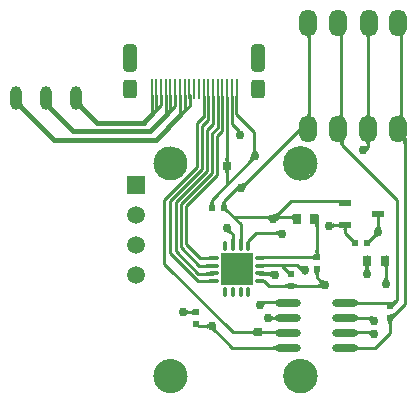
<source format=gtl>
G04 Layer_Physical_Order=1*
G04 Layer_Color=255*
%FSLAX24Y24*%
%MOIN*%
G70*
G01*
G75*
%ADD10C,0.0100*%
%ADD11O,0.0083X0.0728*%
%ADD12O,0.0402X0.0787*%
%ADD13O,0.0598X0.0902*%
%ADD14R,0.0236X0.0197*%
%ADD15R,0.0197X0.0236*%
%ADD16O,0.0866X0.0236*%
%ADD17R,0.0276X0.0354*%
%ADD18R,0.1063X0.1063*%
%ADD19O,0.0118X0.0335*%
%ADD20O,0.0335X0.0118*%
%ADD21R,0.0300X0.0300*%
%ADD22R,0.0394X0.0236*%
%ADD23C,0.0150*%
G04:AMPARAMS|DCode=24|XSize=47.2mil|YSize=63mil|CornerRadius=11.8mil|HoleSize=0mil|Usage=FLASHONLY|Rotation=0.000|XOffset=0mil|YOffset=0mil|HoleType=Round|Shape=RoundedRectangle|*
%AMROUNDEDRECTD24*
21,1,0.0472,0.0394,0,0,0.0*
21,1,0.0236,0.0630,0,0,0.0*
1,1,0.0236,0.0118,-0.0197*
1,1,0.0236,-0.0118,-0.0197*
1,1,0.0236,-0.0118,0.0197*
1,1,0.0236,0.0118,0.0197*
%
%ADD24ROUNDEDRECTD24*%
G04:AMPARAMS|DCode=25|XSize=47.2mil|YSize=90.6mil|CornerRadius=11.8mil|HoleSize=0mil|Usage=FLASHONLY|Rotation=0.000|XOffset=0mil|YOffset=0mil|HoleType=Round|Shape=RoundedRectangle|*
%AMROUNDEDRECTD25*
21,1,0.0472,0.0669,0,0,0.0*
21,1,0.0236,0.0906,0,0,0.0*
1,1,0.0236,0.0118,-0.0335*
1,1,0.0236,-0.0118,-0.0335*
1,1,0.0236,-0.0118,0.0335*
1,1,0.0236,0.0118,0.0335*
%
%ADD25ROUNDEDRECTD25*%
%ADD26C,0.0591*%
%ADD27R,0.0591X0.0591*%
%ADD28C,0.0984*%
%ADD29C,0.0300*%
G36*
X9161Y4018D02*
X9162Y4004D01*
X9165Y3991D01*
X9169Y3978D01*
X9174Y3965D01*
X9180Y3953D01*
X9187Y3941D01*
X9195Y3929D01*
X9205Y3918D01*
X9215Y3907D01*
X9005D01*
X9015Y3918D01*
X9025Y3929D01*
X9033Y3941D01*
X9040Y3953D01*
X9046Y3965D01*
X9051Y3978D01*
X9055Y3991D01*
X9058Y4004D01*
X9059Y4018D01*
X9060Y4031D01*
X9160D01*
X9161Y4018D01*
D02*
G37*
G36*
X3229Y3838D02*
X3228Y3838D01*
X3224Y3839D01*
X3211Y3839D01*
X3126Y3840D01*
X3119Y3940D01*
X3138Y3940D01*
X3226Y3945D01*
X3229Y3947D01*
Y3838D01*
D02*
G37*
G36*
X5825Y4283D02*
X5865Y4249D01*
X5882Y4237D01*
X5897Y4228D01*
X5910Y4223D01*
X5921Y4220D01*
X5931Y4221D01*
X5939Y4225D01*
X5945Y4233D01*
X5844Y4053D01*
X5848Y4062D01*
X5849Y4073D01*
X5848Y4084D01*
X5844Y4097D01*
X5838Y4110D01*
X5830Y4125D01*
X5819Y4141D01*
X5806Y4157D01*
X5790Y4175D01*
X5772Y4194D01*
X5803Y4304D01*
X5825Y4283D01*
D02*
G37*
G36*
X3229Y4094D02*
X3229Y4093D01*
X3226Y4092D01*
X3221Y4091D01*
X3212Y4090D01*
X3146Y4088D01*
X3095Y4088D01*
X3109Y4188D01*
X3128Y4188D01*
X3200Y4193D01*
X3209Y4195D01*
X3217Y4197D01*
X3224Y4200D01*
X3229Y4203D01*
Y4094D01*
D02*
G37*
G36*
X6878Y4185D02*
X6870Y4182D01*
X6863Y4177D01*
X6857Y4170D01*
X6852Y4161D01*
X6848Y4150D01*
X6844Y4137D01*
X6842Y4122D01*
X6840Y4105D01*
X6840Y4086D01*
X6740D01*
X6740Y4105D01*
X6738Y4122D01*
X6736Y4137D01*
X6732Y4150D01*
X6728Y4161D01*
X6723Y4170D01*
X6717Y4177D01*
X6710Y4182D01*
X6702Y4185D01*
X6693Y4186D01*
X6887D01*
X6878Y4185D01*
D02*
G37*
G36*
X5844Y3630D02*
X5843Y3640D01*
X5840Y3648D01*
X5835Y3656D01*
X5828Y3662D01*
X5819Y3668D01*
X5808Y3672D01*
X5794Y3675D01*
X5779Y3678D01*
X5762Y3679D01*
X5743Y3680D01*
Y3780D01*
X5762Y3780D01*
X5779Y3782D01*
X5794Y3785D01*
X5808Y3788D01*
X5819Y3792D01*
X5828Y3798D01*
X5835Y3805D01*
X5840Y3812D01*
X5843Y3821D01*
X5844Y3830D01*
Y3630D01*
D02*
G37*
G36*
X9408Y3127D02*
X9391Y3109D01*
X9363Y3076D01*
X9352Y3060D01*
X9344Y3046D01*
X9338Y3032D01*
X9334Y3019D01*
X9332Y3007D01*
X9333Y2996D01*
X9336Y2986D01*
X9252Y3183D01*
X9257Y3174D01*
X9265Y3170D01*
X9274Y3169D01*
X9285Y3171D01*
X9298Y3176D01*
X9313Y3185D01*
X9330Y3197D01*
X9349Y3213D01*
X9394Y3254D01*
X9408Y3127D01*
D02*
G37*
G36*
X6037Y3821D02*
X6040Y3812D01*
X6045Y3805D01*
X6052Y3798D01*
X6061Y3792D01*
X6072Y3788D01*
X6086Y3785D01*
X6101Y3782D01*
X6118Y3780D01*
X6137Y3780D01*
Y3680D01*
X6118Y3679D01*
X6101Y3678D01*
X6086Y3675D01*
X6072Y3672D01*
X6061Y3668D01*
X6052Y3662D01*
X6045Y3656D01*
X6040Y3648D01*
X6037Y3640D01*
X6036Y3630D01*
Y3830D01*
X6037Y3821D01*
D02*
G37*
G36*
X5066Y3916D02*
X5073Y3912D01*
X5082Y3905D01*
X5107Y3882D01*
X5161Y3830D01*
X5085Y3765D01*
X5065Y3783D01*
X5031Y3812D01*
X5015Y3823D01*
X5000Y3831D01*
X4987Y3837D01*
X4975Y3840D01*
X4964Y3841D01*
X4954Y3839D01*
X4945Y3835D01*
X5058Y3915D01*
X5058Y3918D01*
X5061Y3918D01*
X5066Y3916D01*
D02*
G37*
G36*
X6933Y3938D02*
X6944Y3930D01*
X6955Y3923D01*
X6967Y3917D01*
X6979Y3913D01*
X6992Y3909D01*
X7005Y3907D01*
X7019Y3906D01*
X7033Y3907D01*
X7047Y3908D01*
X6955Y3786D01*
X6986Y3636D01*
X6973Y3644D01*
X6947Y3658D01*
X6933Y3664D01*
X6920Y3669D01*
X6907Y3673D01*
X6893Y3676D01*
X6880Y3678D01*
X6867Y3680D01*
X6853Y3680D01*
X6831Y3780D01*
X6846Y3781D01*
X6859Y3782D01*
X6872Y3786D01*
X6884Y3790D01*
X6896Y3795D01*
X6906Y3801D01*
X6901Y3811D01*
X6895Y3823D01*
X6888Y3835D01*
X6880Y3846D01*
X6872Y3857D01*
X6863Y3867D01*
X6923Y3948D01*
X6933Y3938D01*
D02*
G37*
G36*
X5260Y4026D02*
X5252Y4038D01*
X5244Y4048D01*
X5235Y4058D01*
X5225Y4066D01*
X5215Y4073D01*
X5203Y4078D01*
X5191Y4083D01*
X5178Y4086D01*
X5165Y4088D01*
X5150Y4088D01*
X5151Y4089D01*
X5026Y4094D01*
Y4203D01*
X5031Y4200D01*
X5038Y4197D01*
X5046Y4195D01*
X5056Y4193D01*
X5080Y4191D01*
X5110Y4189D01*
X5147Y4188D01*
X5157Y4112D01*
X5179Y4188D01*
X5192Y4189D01*
X5205Y4190D01*
X5219Y4192D01*
X5232Y4195D01*
X5245Y4198D01*
X5259Y4203D01*
X5272Y4208D01*
X5300Y4221D01*
X5313Y4229D01*
X5260Y4026D01*
D02*
G37*
G36*
X3229Y4606D02*
X3229Y4604D01*
X3226Y4604D01*
X3221Y4603D01*
X3212Y4602D01*
X3146Y4600D01*
X3095Y4600D01*
X3109Y4700D01*
X3128Y4700D01*
X3200Y4705D01*
X3209Y4707D01*
X3217Y4709D01*
X3224Y4712D01*
X3229Y4715D01*
Y4606D01*
D02*
G37*
G36*
X6693Y4580D02*
X6692Y4588D01*
X6689Y4596D01*
X6684Y4602D01*
X6677Y4608D01*
X6668Y4613D01*
X6657Y4617D01*
X6644Y4620D01*
X6629Y4622D01*
X6612Y4624D01*
X6593Y4624D01*
Y4724D01*
X6612Y4725D01*
X6629Y4726D01*
X6644Y4729D01*
X6657Y4732D01*
X6669Y4737D01*
X6678Y4742D01*
X6685Y4749D01*
X6690Y4756D01*
X6693Y4765D01*
X6694Y4774D01*
X6693Y4580D01*
D02*
G37*
G36*
X5149Y4624D02*
X5131Y4624D01*
X5071Y4619D01*
X5059Y4617D01*
X5049Y4615D01*
X5040Y4612D01*
X5033Y4609D01*
X5026Y4606D01*
Y4715D01*
X5025Y4716D01*
X5027Y4718D01*
X5032Y4719D01*
X5041Y4721D01*
X5052Y4722D01*
X5107Y4724D01*
X5160Y4724D01*
X5149Y4624D01*
D02*
G37*
G36*
X8006Y5299D02*
X8041Y5269D01*
X8057Y5258D01*
X8072Y5249D01*
X8086Y5243D01*
X8098Y5240D01*
X8109Y5239D01*
X8119Y5241D01*
X8127Y5246D01*
X7967Y5125D01*
X7974Y5132D01*
X7977Y5141D01*
X7978Y5151D01*
X7975Y5162D01*
X7969Y5176D01*
X7961Y5191D01*
X7949Y5207D01*
X7934Y5226D01*
X7896Y5267D01*
X7986Y5318D01*
X8006Y5299D01*
D02*
G37*
G36*
X6840Y4895D02*
X6842Y4878D01*
X6844Y4863D01*
X6848Y4850D01*
X6852Y4839D01*
X6857Y4830D01*
X6863Y4823D01*
X6870Y4818D01*
X6878Y4815D01*
X6887Y4814D01*
X6693D01*
X6702Y4815D01*
X6710Y4818D01*
X6717Y4823D01*
X6723Y4830D01*
X6728Y4839D01*
X6732Y4850D01*
X6736Y4863D01*
X6738Y4878D01*
X6740Y4895D01*
X6740Y4914D01*
X6840D01*
X6840Y4895D01*
D02*
G37*
G36*
X8555Y4394D02*
X8547Y4391D01*
X8539Y4386D01*
X8533Y4379D01*
X8527Y4370D01*
X8523Y4359D01*
X8519Y4346D01*
X8517Y4330D01*
X8516Y4321D01*
X8517Y4312D01*
X8520Y4299D01*
X8523Y4286D01*
X8528Y4273D01*
X8534Y4261D01*
X8541Y4249D01*
X8549Y4237D01*
X8558Y4225D01*
X8568Y4214D01*
X8358Y4220D01*
X8369Y4231D01*
X8379Y4242D01*
X8387Y4253D01*
X8394Y4265D01*
X8401Y4277D01*
X8406Y4289D01*
X8410Y4302D01*
X8412Y4315D01*
X8413Y4323D01*
X8413Y4330D01*
X8410Y4346D01*
X8407Y4359D01*
X8402Y4370D01*
X8397Y4379D01*
X8390Y4386D01*
X8383Y4391D01*
X8374Y4394D01*
X8365Y4395D01*
X8565D01*
X8555Y4394D01*
D02*
G37*
G36*
X6227Y4414D02*
X6238Y4406D01*
X6249Y4399D01*
X6260Y4395D01*
X6271Y4391D01*
X6283Y4390D01*
X6294Y4390D01*
X6305Y4392D01*
X6317Y4396D01*
X6328Y4402D01*
X6265Y4205D01*
X6259Y4216D01*
X6246Y4238D01*
X6239Y4249D01*
X6216Y4281D01*
X6207Y4291D01*
X6188Y4311D01*
X6217Y4424D01*
X6227Y4414D01*
D02*
G37*
G36*
X9201Y4394D02*
X9192Y4391D01*
X9184Y4386D01*
X9178Y4379D01*
X9172Y4370D01*
X9168Y4359D01*
X9165Y4346D01*
X9162Y4330D01*
X9161Y4313D01*
X9160Y4294D01*
X9060D01*
X9060Y4313D01*
X9058Y4330D01*
X9056Y4346D01*
X9052Y4359D01*
X9047Y4370D01*
X9042Y4379D01*
X9036Y4386D01*
X9028Y4391D01*
X9020Y4394D01*
X9010Y4395D01*
X9210D01*
X9201Y4394D01*
D02*
G37*
G36*
X5150Y4370D02*
X5132Y4370D01*
X5086Y4367D01*
X5073Y4365D01*
X5050Y4360D01*
X5041Y4357D01*
X5033Y4353D01*
X5026Y4350D01*
Y4459D01*
X5025Y4461D01*
X5026Y4463D01*
X5031Y4464D01*
X5039Y4466D01*
X5051Y4467D01*
X5084Y4469D01*
X5160Y4470D01*
X5150Y4370D01*
D02*
G37*
G36*
X3229Y4350D02*
X3229Y4349D01*
X3226Y4348D01*
X3221Y4347D01*
X3212Y4346D01*
X3146Y4344D01*
X3095Y4344D01*
X3109Y4444D01*
X3128Y4444D01*
X3200Y4449D01*
X3209Y4451D01*
X3217Y4453D01*
X3224Y4456D01*
X3229Y4459D01*
Y4350D01*
D02*
G37*
G36*
X8115Y2248D02*
X8123Y2244D01*
X8132Y2241D01*
X8143Y2238D01*
X8155Y2236D01*
X8168Y2234D01*
X8199Y2231D01*
X8236Y2230D01*
X8265Y2130D01*
X8240Y2130D01*
X8199Y2126D01*
X8182Y2122D01*
X8168Y2118D01*
X8158Y2112D01*
X8149Y2106D01*
X8144Y2098D01*
X8142Y2090D01*
X8143Y2081D01*
X8109Y2252D01*
X8115Y2248D01*
D02*
G37*
G36*
X5437Y2081D02*
X5438Y2090D01*
X5436Y2098D01*
X5430Y2106D01*
X5422Y2112D01*
X5412Y2118D01*
X5398Y2122D01*
X5381Y2126D01*
X5362Y2128D01*
X5340Y2130D01*
X5315Y2130D01*
X5344Y2230D01*
X5363Y2230D01*
X5412Y2234D01*
X5425Y2236D01*
X5437Y2238D01*
X5448Y2241D01*
X5457Y2244D01*
X5465Y2248D01*
X5471Y2252D01*
X5437Y2081D01*
D02*
G37*
G36*
X3437Y2343D02*
X3436Y2329D01*
X3437Y2315D01*
X3439Y2302D01*
X3443Y2289D01*
X3447Y2277D01*
X3453Y2265D01*
X3460Y2254D01*
X3469Y2243D01*
X3478Y2233D01*
X3397Y2173D01*
X3387Y2182D01*
X3376Y2190D01*
X3365Y2198D01*
X3353Y2205D01*
X3341Y2211D01*
X3328Y2217D01*
X3314Y2222D01*
X3300Y2226D01*
X3286Y2229D01*
X3270Y2231D01*
X3438Y2357D01*
X3437Y2343D01*
D02*
G37*
G36*
X2857Y2471D02*
X2860Y2462D01*
X2865Y2455D01*
X2872Y2448D01*
X2882Y2442D01*
X2893Y2438D01*
X2906Y2435D01*
X2921Y2432D01*
X2938Y2430D01*
X2957Y2430D01*
Y2330D01*
X2857Y2336D01*
X2856Y2480D01*
X2857Y2471D01*
D02*
G37*
G36*
X3183Y2275D02*
X3172Y2285D01*
X3161Y2295D01*
X3149Y2303D01*
X3137Y2310D01*
X3125Y2316D01*
X3112Y2321D01*
X3099Y2325D01*
X3086Y2328D01*
X3072Y2329D01*
X3059Y2330D01*
Y2430D01*
X3072Y2431D01*
X3086Y2432D01*
X3099Y2435D01*
X3112Y2439D01*
X3125Y2444D01*
X3137Y2450D01*
X3149Y2457D01*
X3161Y2465D01*
X3172Y2475D01*
X3183Y2485D01*
Y2275D01*
D02*
G37*
G36*
X5456Y1561D02*
X5455Y1570D01*
X5452Y1579D01*
X5446Y1586D01*
X5436Y1592D01*
X5424Y1598D01*
X5409Y1602D01*
X5391Y1606D01*
X5370Y1608D01*
X5347Y1610D01*
X5320Y1610D01*
X5329Y1710D01*
X5346Y1710D01*
X5378Y1714D01*
X5394Y1717D01*
X5408Y1721D01*
X5422Y1725D01*
X5435Y1731D01*
X5448Y1737D01*
X5460Y1744D01*
X5471Y1752D01*
X5456Y1561D01*
D02*
G37*
G36*
X8112Y1740D02*
X8117Y1731D01*
X8124Y1724D01*
X8134Y1718D01*
X8147Y1712D01*
X8163Y1708D01*
X8182Y1704D01*
X8204Y1702D01*
X8228Y1700D01*
X8256Y1700D01*
Y1600D01*
X8228Y1600D01*
X8182Y1596D01*
X8163Y1592D01*
X8147Y1588D01*
X8134Y1582D01*
X8124Y1576D01*
X8117Y1569D01*
X8112Y1560D01*
X8111Y1551D01*
Y1749D01*
X8112Y1740D01*
D02*
G37*
G36*
X8546Y2067D02*
X8542Y2079D01*
X8536Y2090D01*
X8530Y2099D01*
X8522Y2107D01*
X8513Y2114D01*
X8503Y2120D01*
X8492Y2124D01*
X8480Y2127D01*
X8466Y2129D01*
X8451Y2130D01*
X8510Y2230D01*
X8524Y2230D01*
X8564Y2233D01*
X8577Y2235D01*
X8615Y2244D01*
X8628Y2247D01*
X8640Y2251D01*
X8546Y2067D01*
D02*
G37*
G36*
X4989Y2271D02*
X4992Y2262D01*
X4997Y2254D01*
X5004Y2248D01*
X5013Y2243D01*
X5024Y2238D01*
X5037Y2235D01*
X5052Y2232D01*
X5070Y2230D01*
X5089Y2230D01*
Y2130D01*
X5070Y2130D01*
X5052Y2128D01*
X5037Y2125D01*
X5024Y2122D01*
X5013Y2118D01*
X5004Y2112D01*
X4997Y2105D01*
X4992Y2098D01*
X4989Y2089D01*
X4988Y2080D01*
Y2280D01*
X4989Y2271D01*
D02*
G37*
G36*
X4692Y2080D02*
X4691Y2089D01*
X4688Y2098D01*
X4683Y2105D01*
X4676Y2112D01*
X4667Y2118D01*
X4656Y2122D01*
X4643Y2125D01*
X4628Y2128D01*
X4610Y2130D01*
X4591Y2130D01*
Y2230D01*
X4610Y2230D01*
X4628Y2232D01*
X4643Y2235D01*
X4656Y2238D01*
X4667Y2243D01*
X4676Y2248D01*
X4683Y2254D01*
X4688Y2262D01*
X4691Y2271D01*
X4692Y2280D01*
Y2080D01*
D02*
G37*
G36*
X9320Y2556D02*
X9312Y2553D01*
X9305Y2548D01*
X9298Y2541D01*
X9293Y2532D01*
X9288Y2521D01*
X9284Y2508D01*
X9282Y2493D01*
X9280Y2475D01*
X9280Y2456D01*
X9180D01*
X9180Y2475D01*
X9177Y2507D01*
X9174Y2520D01*
X9171Y2531D01*
X9167Y2540D01*
X9162Y2547D01*
X9156Y2552D01*
X9150Y2555D01*
X9143Y2556D01*
X9330Y2557D01*
X9320Y2556D01*
D02*
G37*
G36*
X9143Y3184D02*
X9144Y3050D01*
X9143Y3059D01*
X9140Y3068D01*
X9135Y3076D01*
X9128Y3082D01*
X9118Y3088D01*
X9107Y3092D01*
X9094Y3095D01*
X9079Y3098D01*
X9062Y3099D01*
X9043Y3100D01*
Y3200D01*
X9143Y3184D01*
D02*
G37*
G36*
X9408Y2747D02*
X9390Y2729D01*
X9361Y2694D01*
X9350Y2678D01*
X9342Y2664D01*
X9336Y2650D01*
X9332Y2638D01*
X9331Y2626D01*
X9332Y2615D01*
X9336Y2606D01*
X9239Y2789D01*
X9244Y2781D01*
X9252Y2777D01*
X9262Y2776D01*
X9273Y2779D01*
X9286Y2784D01*
X9301Y2793D01*
X9318Y2805D01*
X9337Y2820D01*
X9380Y2861D01*
X9408Y2747D01*
D02*
G37*
G36*
X8112Y3240D02*
X8117Y3231D01*
X8124Y3224D01*
X8134Y3218D01*
X8147Y3212D01*
X8163Y3208D01*
X8182Y3204D01*
X8204Y3202D01*
X8228Y3200D01*
X8256Y3200D01*
Y3100D01*
X8228Y3100D01*
X8182Y3096D01*
X8163Y3092D01*
X8147Y3088D01*
X8134Y3082D01*
X8124Y3076D01*
X8117Y3069D01*
X8112Y3060D01*
X8111Y3051D01*
Y3249D01*
X8112Y3240D01*
D02*
G37*
G36*
X5437Y3081D02*
X5438Y3090D01*
X5436Y3098D01*
X5430Y3106D01*
X5422Y3112D01*
X5412Y3118D01*
X5398Y3122D01*
X5381Y3126D01*
X5362Y3128D01*
X5340Y3130D01*
X5315Y3130D01*
X5344Y3230D01*
X5363Y3230D01*
X5412Y3234D01*
X5425Y3236D01*
X5437Y3238D01*
X5448Y3241D01*
X5457Y3244D01*
X5465Y3248D01*
X5471Y3252D01*
X5437Y3081D01*
D02*
G37*
G36*
X5141Y3130D02*
X5126Y3129D01*
X5113Y3128D01*
X5101Y3125D01*
X5090Y3121D01*
X5082Y3116D01*
X5074Y3110D01*
X5068Y3102D01*
X5064Y3094D01*
X5061Y3084D01*
X5060Y3073D01*
X4938Y3227D01*
X5112Y3230D01*
X5141Y3130D01*
D02*
G37*
G36*
X5278Y2745D02*
X5289Y2735D01*
X5301Y2727D01*
X5313Y2720D01*
X5325Y2714D01*
X5338Y2709D01*
X5351Y2705D01*
X5364Y2702D01*
X5367Y2702D01*
X5398Y2704D01*
X5417Y2708D01*
X5433Y2712D01*
X5446Y2718D01*
X5456Y2724D01*
X5463Y2731D01*
X5468Y2740D01*
X5469Y2749D01*
Y2551D01*
X5468Y2560D01*
X5463Y2569D01*
X5456Y2576D01*
X5446Y2582D01*
X5433Y2588D01*
X5417Y2592D01*
X5398Y2596D01*
X5376Y2598D01*
X5369Y2598D01*
X5364Y2598D01*
X5351Y2595D01*
X5338Y2591D01*
X5325Y2586D01*
X5313Y2580D01*
X5301Y2573D01*
X5289Y2565D01*
X5278Y2555D01*
X5267Y2545D01*
Y2755D01*
X5278Y2745D01*
D02*
G37*
G36*
X8563Y2538D02*
X8560Y2550D01*
X8556Y2561D01*
X8550Y2570D01*
X8543Y2578D01*
X8534Y2585D01*
X8524Y2590D01*
X8514Y2594D01*
X8501Y2598D01*
X8488Y2599D01*
X8473Y2600D01*
X8493Y2700D01*
X8518Y2700D01*
X8645Y2709D01*
X8657Y2711D01*
X8667Y2714D01*
X8563Y2538D01*
D02*
G37*
G36*
X8112Y2740D02*
X8117Y2731D01*
X8124Y2724D01*
X8134Y2718D01*
X8147Y2712D01*
X8163Y2708D01*
X8182Y2704D01*
X8204Y2702D01*
X8228Y2700D01*
X8256Y2700D01*
Y2600D01*
X8228Y2600D01*
X8182Y2596D01*
X8163Y2592D01*
X8147Y2588D01*
X8134Y2582D01*
X8124Y2576D01*
X8117Y2569D01*
X8112Y2560D01*
X8111Y2551D01*
Y2749D01*
X8112Y2740D01*
D02*
G37*
G36*
X2664Y2747D02*
X2663Y2756D01*
X2660Y2765D01*
X2655Y2772D01*
X2648Y2779D01*
X2639Y2784D01*
X2628Y2789D01*
X2614Y2792D01*
X2599Y2795D01*
X2582Y2796D01*
X2563Y2797D01*
Y2897D01*
X2582Y2897D01*
X2599Y2899D01*
X2614Y2901D01*
X2628Y2905D01*
X2639Y2909D01*
X2648Y2915D01*
X2655Y2921D01*
X2660Y2929D01*
X2663Y2937D01*
X2664Y2947D01*
Y2747D01*
D02*
G37*
G36*
X2441Y2941D02*
X2453Y2932D01*
X2464Y2924D01*
X2476Y2917D01*
X2488Y2911D01*
X2501Y2906D01*
X2514Y2902D01*
X2527Y2899D01*
X2541Y2897D01*
X2555Y2897D01*
Y2797D01*
X2541Y2796D01*
X2527Y2795D01*
X2514Y2792D01*
X2501Y2788D01*
X2488Y2783D01*
X2476Y2777D01*
X2464Y2770D01*
X2453Y2762D01*
X2441Y2752D01*
X2430Y2742D01*
Y2952D01*
X2441Y2941D01*
D02*
G37*
G36*
X9793Y8677D02*
X9791Y8667D01*
X9788Y8654D01*
X9786Y8638D01*
X9783Y8598D01*
X9780Y8518D01*
X9780Y8486D01*
X9680Y8447D01*
X9679Y8470D01*
X9678Y8490D01*
X9675Y8506D01*
X9672Y8519D01*
X9667Y8528D01*
X9662Y8534D01*
X9655Y8536D01*
X9648Y8535D01*
X9639Y8531D01*
X9630Y8522D01*
X9797Y8685D01*
X9793Y8677D01*
D02*
G37*
G36*
X7705Y8568D02*
X7700Y8563D01*
X7695Y8555D01*
X7691Y8546D01*
X7688Y8534D01*
X7685Y8521D01*
X7683Y8505D01*
X7680Y8468D01*
X7680Y8447D01*
X7580Y8440D01*
X7580Y8455D01*
X7579Y8467D01*
X7577Y8478D01*
X7575Y8487D01*
X7572Y8495D01*
X7569Y8500D01*
X7565Y8504D01*
X7560Y8506D01*
X7555Y8506D01*
X7549Y8504D01*
X7711Y8572D01*
X7705Y8568D01*
D02*
G37*
G36*
X1691Y9280D02*
X1585Y9170D01*
X1510Y9245D01*
X1512Y9246D01*
X1516Y9249D01*
X1530Y9262D01*
X1620Y9351D01*
X1691Y9280D01*
D02*
G37*
G36*
X8561Y9476D02*
X8562Y9457D01*
X8564Y9440D01*
X8568Y9425D01*
X8572Y9413D01*
X8578Y9403D01*
X8584Y9395D01*
X8592Y9390D01*
X8600Y9386D01*
X8610Y9385D01*
X8410Y9379D01*
X8420Y9381D01*
X8428Y9385D01*
X8436Y9391D01*
X8442Y9399D01*
X8448Y9409D01*
X8452Y9422D01*
X8456Y9437D01*
X8458Y9454D01*
X8460Y9474D01*
X8460Y9496D01*
X8560Y9498D01*
X8561Y9476D01*
D02*
G37*
G36*
X6590Y9493D02*
X6590Y9471D01*
X6592Y9451D01*
X6594Y9434D01*
X6598Y9419D01*
X6602Y9406D01*
X6608Y9396D01*
X6614Y9387D01*
X6622Y9381D01*
X6630Y9377D01*
X6639Y9375D01*
X6440Y9389D01*
X6450Y9389D01*
X6458Y9392D01*
X6466Y9397D01*
X6472Y9405D01*
X6478Y9414D01*
X6482Y9427D01*
X6486Y9441D01*
X6488Y9458D01*
X6489Y9477D01*
X6490Y9499D01*
X6590Y9493D01*
D02*
G37*
G36*
X3850Y7970D02*
X3852Y7952D01*
X3855Y7937D01*
X3858Y7924D01*
X3862Y7913D01*
X3868Y7904D01*
X3875Y7897D01*
X3882Y7892D01*
X3891Y7889D01*
X3900Y7888D01*
X3700D01*
X3710Y7889D01*
X3718Y7892D01*
X3726Y7897D01*
X3732Y7904D01*
X3738Y7913D01*
X3742Y7924D01*
X3746Y7937D01*
X3748Y7952D01*
X3749Y7970D01*
X3750Y7989D01*
X3850D01*
X3850Y7970D01*
D02*
G37*
G36*
X4743Y7901D02*
X4727Y7899D01*
X4713Y7896D01*
X4698Y7893D01*
X4685Y7889D01*
X4672Y7883D01*
X4660Y7877D01*
X4648Y7871D01*
X4637Y7863D01*
X4626Y7854D01*
X4616Y7845D01*
X4538Y7909D01*
X4548Y7919D01*
X4556Y7930D01*
X4563Y7941D01*
X4569Y7953D01*
X4574Y7965D01*
X4578Y7978D01*
X4580Y7992D01*
X4582Y8005D01*
X4582Y8020D01*
X4581Y8034D01*
X4743Y7901D01*
D02*
G37*
G36*
X4771Y8271D02*
X4772Y8257D01*
X4775Y8244D01*
X4779Y8231D01*
X4784Y8219D01*
X4791Y8207D01*
X4798Y8195D01*
X4807Y8185D01*
X4817Y8174D01*
X4828Y8164D01*
X4618Y8150D01*
X4628Y8162D01*
X4637Y8174D01*
X4645Y8186D01*
X4651Y8198D01*
X4657Y8211D01*
X4662Y8224D01*
X4665Y8237D01*
X4668Y8250D01*
X4669Y8264D01*
X4670Y8277D01*
X4770Y8285D01*
X4771Y8271D01*
D02*
G37*
G36*
X8610Y8516D02*
X8600Y8516D01*
X8592Y8512D01*
X8584Y8507D01*
X8578Y8499D01*
X8572Y8489D01*
X8568Y8477D01*
X8564Y8462D01*
X8562Y8445D01*
X8561Y8426D01*
X8560Y8404D01*
X8460Y8406D01*
X8460Y8428D01*
X8458Y8448D01*
X8456Y8465D01*
X8452Y8480D01*
X8448Y8493D01*
X8442Y8503D01*
X8436Y8511D01*
X8428Y8517D01*
X8420Y8521D01*
X8410Y8522D01*
X8610Y8516D01*
D02*
G37*
G36*
X8543Y8332D02*
X8531Y8320D01*
X8503Y8288D01*
X8496Y8279D01*
X8491Y8270D01*
X8486Y8262D01*
X8483Y8254D01*
X8481Y8247D01*
X8480Y8241D01*
X8404Y8381D01*
X8410Y8378D01*
X8416Y8376D01*
X8422Y8376D01*
X8429Y8377D01*
X8436Y8379D01*
X8443Y8382D01*
X8451Y8386D01*
X8459Y8391D01*
X8466Y8398D01*
X8475Y8405D01*
X8543Y8332D01*
D02*
G37*
G36*
X7670Y9460D02*
X7670Y9438D01*
X7674Y9398D01*
X7678Y9382D01*
X7682Y9367D01*
X7688Y9354D01*
X7694Y9343D01*
X7702Y9335D01*
X7710Y9328D01*
X7719Y9323D01*
X7520Y9401D01*
X7529Y9398D01*
X7538Y9398D01*
X7545Y9401D01*
X7552Y9407D01*
X7557Y9415D01*
X7562Y9426D01*
X7565Y9440D01*
X7568Y9456D01*
X7570Y9475D01*
X7570Y9497D01*
X7670Y9460D01*
D02*
G37*
G36*
X6630Y12084D02*
X6622Y12080D01*
X6614Y12074D01*
X6608Y12065D01*
X6602Y12055D01*
X6598Y12042D01*
X6594Y12027D01*
X6592Y12009D01*
X6590Y11990D01*
X6590Y11968D01*
X6490Y11962D01*
X6489Y11984D01*
X6488Y12003D01*
X6486Y12020D01*
X6482Y12034D01*
X6478Y12046D01*
X6472Y12056D01*
X6466Y12064D01*
X6458Y12069D01*
X6450Y12072D01*
X6440Y12072D01*
X6639Y12086D01*
X6630Y12084D01*
D02*
G37*
G36*
X-1036Y9867D02*
X-1038Y9851D01*
X-1037Y9834D01*
X-1032Y9816D01*
X-1023Y9795D01*
X-1011Y9774D01*
X-995Y9751D01*
X-976Y9726D01*
X-953Y9700D01*
X-926Y9672D01*
X-1006Y9540D01*
X-1033Y9566D01*
X-1081Y9605D01*
X-1102Y9619D01*
X-1120Y9628D01*
X-1137Y9633D01*
X-1152Y9634D01*
X-1165Y9631D01*
X-1175Y9624D01*
X-1184Y9613D01*
X-1030Y9881D01*
X-1036Y9867D01*
D02*
G37*
G36*
X8610Y12073D02*
X8600Y12072D01*
X8592Y12070D01*
X8584Y12064D01*
X8578Y12057D01*
X8572Y12047D01*
X8568Y12035D01*
X8564Y12020D01*
X8562Y12003D01*
X8561Y11984D01*
X8560Y11962D01*
X8460Y11968D01*
X8460Y11989D01*
X8458Y12009D01*
X8456Y12026D01*
X8452Y12041D01*
X8448Y12054D01*
X8442Y12064D01*
X8436Y12073D01*
X8428Y12079D01*
X8420Y12083D01*
X8411Y12085D01*
X8610Y12073D01*
D02*
G37*
G36*
X9710Y12133D02*
X9702Y12126D01*
X9694Y12118D01*
X9688Y12107D01*
X9682Y12094D01*
X9678Y12079D01*
X9674Y12063D01*
X9672Y12044D01*
X9670Y12023D01*
X9670Y12001D01*
X9570Y11964D01*
X9570Y11986D01*
X9568Y12005D01*
X9566Y12021D01*
X9562Y12035D01*
X9558Y12046D01*
X9552Y12054D01*
X9546Y12060D01*
X9538Y12063D01*
X9530Y12063D01*
X9520Y12060D01*
X9719Y12138D01*
X9710Y12133D01*
D02*
G37*
G36*
X7710D02*
X7702Y12126D01*
X7694Y12118D01*
X7688Y12107D01*
X7682Y12094D01*
X7678Y12079D01*
X7674Y12063D01*
X7672Y12044D01*
X7670Y12023D01*
X7670Y12001D01*
X7570Y11964D01*
X7570Y11986D01*
X7568Y12005D01*
X7566Y12021D01*
X7562Y12035D01*
X7558Y12046D01*
X7552Y12054D01*
X7546Y12060D01*
X7538Y12063D01*
X7530Y12063D01*
X7520Y12060D01*
X7719Y12138D01*
X7710Y12133D01*
D02*
G37*
G36*
X2431Y9530D02*
X2325Y9420D01*
X2250Y9495D01*
X2252Y9496D01*
X2256Y9499D01*
X2270Y9512D01*
X2360Y9601D01*
X2431Y9530D01*
D02*
G37*
G36*
X9670Y9460D02*
X9670Y9438D01*
X9674Y9398D01*
X9678Y9382D01*
X9682Y9367D01*
X9688Y9354D01*
X9694Y9343D01*
X9702Y9335D01*
X9710Y9328D01*
X9719Y9323D01*
X9520Y9401D01*
X9529Y9398D01*
X9538Y9398D01*
X9545Y9401D01*
X9552Y9407D01*
X9557Y9415D01*
X9562Y9426D01*
X9565Y9440D01*
X9568Y9456D01*
X9570Y9475D01*
X9570Y9497D01*
X9670Y9460D01*
D02*
G37*
G36*
X1971Y9560D02*
X1865Y9448D01*
X1788Y9525D01*
X1790Y9526D01*
X1794Y9529D01*
X1801Y9535D01*
X1846Y9577D01*
X1900Y9631D01*
X1971Y9560D01*
D02*
G37*
G36*
X-3036Y9867D02*
X-3038Y9851D01*
X-3037Y9834D01*
X-3032Y9816D01*
X-3023Y9795D01*
X-3011Y9774D01*
X-2995Y9751D01*
X-2976Y9726D01*
X-2953Y9700D01*
X-2926Y9672D01*
X-3006Y9540D01*
X-3033Y9566D01*
X-3081Y9605D01*
X-3102Y9619D01*
X-3120Y9628D01*
X-3137Y9633D01*
X-3152Y9634D01*
X-3165Y9631D01*
X-3175Y9624D01*
X-3184Y9613D01*
X-3030Y9881D01*
X-3036Y9867D01*
D02*
G37*
G36*
X-2046Y9817D02*
X-2050Y9803D01*
X-2050Y9788D01*
X-2047Y9771D01*
X-2039Y9752D01*
X-2028Y9731D01*
X-2013Y9709D01*
X-1994Y9684D01*
X-1971Y9659D01*
X-1945Y9631D01*
X-2046Y9520D01*
X-2074Y9547D01*
X-2123Y9588D01*
X-2145Y9602D01*
X-2165Y9613D01*
X-2183Y9620D01*
X-2200Y9622D01*
X-2214Y9621D01*
X-2227Y9616D01*
X-2238Y9607D01*
X-2038Y9829D01*
X-2046Y9817D01*
D02*
G37*
G36*
X7839Y5629D02*
X7831Y5626D01*
X7823Y5621D01*
X7817Y5614D01*
X7811Y5605D01*
X7807Y5594D01*
X7803Y5581D01*
X7801Y5566D01*
X7799Y5548D01*
X7799Y5529D01*
X7699D01*
X7698Y5548D01*
X7697Y5566D01*
X7694Y5581D01*
X7691Y5594D01*
X7686Y5605D01*
X7681Y5614D01*
X7674Y5621D01*
X7667Y5626D01*
X7658Y5629D01*
X7649Y5630D01*
X7849D01*
X7839Y5629D01*
D02*
G37*
G36*
X3940Y5633D02*
X3942Y5619D01*
X3944Y5605D01*
X3947Y5591D01*
X3952Y5578D01*
X3957Y5566D01*
X3964Y5554D01*
X3971Y5543D01*
X3980Y5532D01*
X3989Y5522D01*
X3918Y5451D01*
X3908Y5460D01*
X3897Y5469D01*
X3886Y5476D01*
X3874Y5483D01*
X3862Y5488D01*
X3849Y5493D01*
X3835Y5496D01*
X3821Y5498D01*
X3807Y5500D01*
X3792Y5500D01*
X3940Y5648D01*
X3940Y5633D01*
D02*
G37*
G36*
X8902Y5742D02*
X8903Y5728D01*
X8906Y5715D01*
X8910Y5702D01*
X8915Y5689D01*
X8921Y5677D01*
X8928Y5665D01*
X8936Y5654D01*
X8946Y5642D01*
X8956Y5631D01*
X8746D01*
X8757Y5642D01*
X8766Y5654D01*
X8774Y5665D01*
X8781Y5677D01*
X8787Y5689D01*
X8792Y5702D01*
X8796Y5715D01*
X8799Y5728D01*
X8801Y5742D01*
X8801Y5756D01*
X8901D01*
X8902Y5742D01*
D02*
G37*
G36*
X6852Y5794D02*
X6850Y5793D01*
X6848Y5790D01*
X6846Y5785D01*
X6844Y5778D01*
X6843Y5769D01*
X6841Y5745D01*
X6840Y5694D01*
X6740D01*
X6740Y5713D01*
X6738Y5730D01*
X6736Y5745D01*
X6732Y5759D01*
X6727Y5770D01*
X6722Y5779D01*
X6715Y5786D01*
X6708Y5791D01*
X6700Y5794D01*
X6690Y5795D01*
X6852Y5794D01*
D02*
G37*
G36*
X7334Y5839D02*
X7346Y5830D01*
X7358Y5822D01*
X7370Y5815D01*
X7383Y5809D01*
X7395Y5804D01*
X7408Y5801D01*
X7422Y5798D01*
X7435Y5797D01*
X7449Y5796D01*
X7453Y5701D01*
Y5796D01*
X7472Y5796D01*
X7490Y5798D01*
X7505Y5800D01*
X7518Y5804D01*
X7529Y5808D01*
X7538Y5814D01*
X7545Y5820D01*
X7550Y5828D01*
X7553Y5836D01*
X7554Y5846D01*
Y5646D01*
X7553Y5655D01*
X7550Y5664D01*
X7545Y5671D01*
X7538Y5678D01*
X7529Y5683D01*
X7518Y5688D01*
X7505Y5691D01*
X7490Y5694D01*
X7472Y5695D01*
X7453Y5696D01*
X7439Y5695D01*
X7426Y5694D01*
X7413Y5691D01*
X7400Y5687D01*
X7387Y5682D01*
X7375Y5676D01*
X7364Y5668D01*
X7353Y5660D01*
X7342Y5650D01*
X7331Y5639D01*
X7323Y5849D01*
X7334Y5839D01*
D02*
G37*
G36*
X4310Y5175D02*
X4201D01*
X4202Y5177D01*
X4203Y5181D01*
X4203Y5187D01*
X4205Y5216D01*
X4206Y5281D01*
X4306D01*
X4310Y5175D01*
D02*
G37*
G36*
X4054D02*
X3945D01*
X3946Y5177D01*
X3947Y5181D01*
X3948Y5187D01*
X3949Y5216D01*
X3950Y5281D01*
X4050D01*
X4054Y5175D01*
D02*
G37*
G36*
X8664Y5267D02*
X8644Y5245D01*
X8611Y5207D01*
X8599Y5191D01*
X8591Y5176D01*
X8585Y5162D01*
X8582Y5151D01*
X8583Y5141D01*
X8586Y5132D01*
X8593Y5125D01*
X8433Y5246D01*
X8441Y5241D01*
X8451Y5239D01*
X8462Y5240D01*
X8474Y5243D01*
X8488Y5249D01*
X8503Y5258D01*
X8519Y5269D01*
X8536Y5282D01*
X8574Y5318D01*
X8664Y5267D01*
D02*
G37*
G36*
X5520Y5380D02*
X5511Y5392D01*
X5501Y5402D01*
X5491Y5411D01*
X5480Y5418D01*
X5468Y5425D01*
X5456Y5430D01*
X5444Y5435D01*
X5431Y5438D01*
X5417Y5439D01*
X5403Y5440D01*
X5417Y5540D01*
X5431Y5540D01*
X5444Y5542D01*
X5458Y5544D01*
X5471Y5548D01*
X5484Y5552D01*
X5497Y5557D01*
X5510Y5564D01*
X5523Y5571D01*
X5535Y5579D01*
X5548Y5588D01*
X5520Y5380D01*
D02*
G37*
G36*
X8850Y5374D02*
X8835Y5374D01*
X8820Y5373D01*
X8806Y5370D01*
X8792Y5367D01*
X8779Y5362D01*
X8767Y5357D01*
X8755Y5351D01*
X8744Y5343D01*
X8733Y5335D01*
X8723Y5325D01*
X8652Y5396D01*
X8662Y5406D01*
X8670Y5417D01*
X8677Y5428D01*
X8684Y5440D01*
X8689Y5453D01*
X8694Y5466D01*
X8697Y5479D01*
X8699Y5493D01*
X8701Y5508D01*
X8701Y5523D01*
X8850Y5374D01*
D02*
G37*
G36*
X5219Y5897D02*
X5211Y5909D01*
X5203Y5920D01*
X5194Y5929D01*
X5185Y5937D01*
X5174Y5944D01*
X5163Y5950D01*
X5151Y5954D01*
X5138Y5957D01*
X5125Y5959D01*
X5110Y5960D01*
X5140Y6060D01*
X5153Y6060D01*
X5167Y6062D01*
X5180Y6064D01*
X5193Y6066D01*
X5207Y6070D01*
X5220Y6074D01*
X5247Y6085D01*
X5261Y6092D01*
X5275Y6100D01*
X5219Y5897D01*
D02*
G37*
G36*
X7557Y6586D02*
X7557Y6586D01*
X7558Y6585D01*
X7554Y6582D01*
X7554Y6580D01*
Y6459D01*
X7554Y6458D01*
X7552Y6458D01*
X7548Y6459D01*
X7544Y6463D01*
X7538Y6467D01*
X7522Y6482D01*
X7487Y6515D01*
X7554Y6582D01*
X7554Y6582D01*
X7555Y6583D01*
X7555Y6585D01*
X7555Y6585D01*
X7555Y6586D01*
X7556Y6586D01*
X7556Y6587D01*
X7557Y6586D01*
D02*
G37*
G36*
X3747Y6518D02*
X3749Y6501D01*
X3751Y6486D01*
X3755Y6472D01*
X3759Y6461D01*
X3765Y6452D01*
X3771Y6445D01*
X3779Y6440D01*
X3787Y6437D01*
X3797Y6436D01*
X3597D01*
X3606Y6437D01*
X3615Y6440D01*
X3622Y6445D01*
X3629Y6452D01*
X3634Y6461D01*
X3639Y6472D01*
X3642Y6486D01*
X3645Y6501D01*
X3646Y6518D01*
X3647Y6537D01*
X3747D01*
X3747Y6518D01*
D02*
G37*
G36*
X4180Y6878D02*
X4171Y6885D01*
X4162Y6890D01*
X4153Y6893D01*
X4144Y6894D01*
X4134Y6893D01*
X4124Y6890D01*
X4114Y6886D01*
X4103Y6879D01*
X4092Y6871D01*
X4081Y6861D01*
X4031Y6952D01*
X4156Y7074D01*
X4180Y6878D01*
D02*
G37*
G36*
X3891Y7590D02*
X3882Y7587D01*
X3875Y7582D01*
X3868Y7575D01*
X3862Y7566D01*
X3858Y7555D01*
X3855Y7542D01*
X3852Y7527D01*
X3850Y7510D01*
X3850Y7491D01*
X3750D01*
X3749Y7510D01*
X3748Y7527D01*
X3746Y7542D01*
X3742Y7555D01*
X3738Y7566D01*
X3732Y7575D01*
X3726Y7582D01*
X3718Y7587D01*
X3710Y7590D01*
X3700Y7591D01*
X3900D01*
X3891Y7590D01*
D02*
G37*
G36*
X4479Y7118D02*
X4470Y7108D01*
X4461Y7097D01*
X4454Y7086D01*
X4447Y7074D01*
X4442Y7062D01*
X4437Y7049D01*
X4434Y7035D01*
X4432Y7021D01*
X4430Y7007D01*
X4430Y6992D01*
X4281Y7140D01*
X4297Y7140D01*
X4311Y7142D01*
X4325Y7144D01*
X4339Y7147D01*
X4352Y7152D01*
X4364Y7157D01*
X4376Y7164D01*
X4387Y7171D01*
X4398Y7180D01*
X4408Y7189D01*
X4479Y7118D01*
D02*
G37*
G36*
X8942Y6003D02*
X8933Y6000D01*
X8926Y5995D01*
X8919Y5988D01*
X8914Y5979D01*
X8909Y5968D01*
X8906Y5955D01*
X8903Y5940D01*
X8902Y5922D01*
X8901Y5903D01*
X8801D01*
X8801Y5922D01*
X8799Y5940D01*
X8797Y5955D01*
X8793Y5968D01*
X8789Y5979D01*
X8783Y5988D01*
X8777Y5995D01*
X8769Y6000D01*
X8761Y6003D01*
X8751Y6004D01*
X8951D01*
X8942Y6003D01*
D02*
G37*
G36*
X5549Y6098D02*
X5540Y6088D01*
X5531Y6077D01*
X5524Y6066D01*
X5522Y6063D01*
X5533Y6062D01*
X5547Y6060D01*
X5560Y6060D01*
X5590Y5960D01*
X5575Y5959D01*
X5562Y5957D01*
X5549Y5954D01*
X5537Y5950D01*
X5526Y5944D01*
X5515Y5937D01*
X5506Y5929D01*
X5497Y5920D01*
X5489Y5909D01*
X5481Y5897D01*
X5446Y6026D01*
X5351Y6120D01*
X5367Y6120D01*
X5381Y6122D01*
X5395Y6124D01*
X5409Y6127D01*
X5422Y6132D01*
X5434Y6137D01*
X5446Y6144D01*
X5457Y6151D01*
X5468Y6160D01*
X5478Y6169D01*
X5549Y6098D01*
D02*
G37*
G36*
X5988Y5910D02*
X5987Y5919D01*
X5984Y5928D01*
X5979Y5936D01*
X5972Y5942D01*
X5963Y5947D01*
X5952Y5952D01*
X5939Y5956D01*
X5924Y5958D01*
X5907Y5960D01*
X5888Y5960D01*
Y6060D01*
X5907Y6061D01*
X5924Y6062D01*
X5939Y6065D01*
X5952Y6068D01*
X5963Y6072D01*
X5972Y6078D01*
X5979Y6084D01*
X5984Y6092D01*
X5987Y6101D01*
X5988Y6110D01*
Y5910D01*
D02*
G37*
G36*
X3354Y6518D02*
X3355Y6501D01*
X3358Y6486D01*
X3361Y6472D01*
X3366Y6461D01*
X3371Y6452D01*
X3378Y6445D01*
X3385Y6440D01*
X3394Y6437D01*
X3403Y6436D01*
X3203D01*
X3213Y6437D01*
X3221Y6440D01*
X3229Y6445D01*
X3235Y6452D01*
X3241Y6461D01*
X3245Y6472D01*
X3249Y6486D01*
X3251Y6501D01*
X3253Y6518D01*
X3253Y6537D01*
X3353D01*
X3354Y6518D01*
D02*
G37*
G36*
X3806Y6358D02*
X3803Y6349D01*
X3802Y6339D01*
X3805Y6328D01*
X3811Y6314D01*
X3819Y6299D01*
X3831Y6283D01*
X3846Y6264D01*
X3884Y6223D01*
X3794Y6172D01*
X3774Y6191D01*
X3739Y6221D01*
X3723Y6232D01*
X3708Y6241D01*
X3694Y6247D01*
X3682Y6250D01*
X3671Y6251D01*
X3661Y6249D01*
X3653Y6244D01*
X3813Y6365D01*
X3806Y6358D01*
D02*
G37*
D10*
X6776Y7810D02*
G03*
X6776Y7810I-526J0D01*
G01*
X2438D02*
G03*
X2438Y7810I-518J0D01*
G01*
X6776Y720D02*
G03*
X6776Y720I-526J0D01*
G01*
X2441D02*
G03*
X2441Y720I-521J0D01*
G01*
X3470Y7435D02*
Y8710D01*
X3300Y7491D02*
Y8810D01*
X3140Y7557D02*
Y8930D01*
X2980Y7624D02*
Y9070D01*
X2430Y6395D02*
X3470Y7435D01*
X2430Y5140D02*
Y6395D01*
X2260Y6451D02*
X3300Y7491D01*
X2260Y5010D02*
Y6451D01*
X2090Y6507D02*
X3140Y7557D01*
X2090Y4890D02*
Y6507D01*
X1910Y6554D02*
X2980Y7624D01*
X1910Y4810D02*
Y6554D01*
X2820Y7690D02*
Y9150D01*
X1720Y6590D02*
X2820Y7690D01*
X1720Y4450D02*
Y6590D01*
X9620Y8921D02*
Y12480D01*
X7620Y8921D02*
Y12480D01*
X6620Y12430D02*
Y12480D01*
X5670Y1660D02*
X5730Y1600D01*
X3980Y1660D02*
X5670D01*
X3290Y2350D02*
X3980Y1660D01*
X5465Y2180D02*
X5535Y2110D01*
X3990Y2180D02*
X5465D01*
X1720Y4450D02*
X3990Y2180D01*
X5695Y3180D02*
X5775Y3100D01*
X8465Y4205D02*
Y4710D01*
X7735Y2650D02*
X8630D01*
X7430D02*
X7735D01*
X8620Y2180D02*
X8690Y2110D01*
X7745Y2180D02*
X8620D01*
X7665Y2100D02*
X7745Y2180D01*
X8630Y2650D02*
X8710Y2570D01*
X9110Y3800D02*
Y4710D01*
X4280Y6990D02*
X6211Y8921D01*
X3332Y3890D02*
X3340Y3882D01*
X7625Y3150D02*
X9320D01*
X4875Y4138D02*
X5328D01*
X4875Y4650D02*
X4900Y4674D01*
X6790D01*
Y6090D01*
X3720Y6350D02*
X3720Y6350D01*
X1910Y4810D02*
X2830Y3890D01*
X3332D01*
X2090Y4890D02*
X2842Y4138D01*
X3340D01*
X2260Y5010D02*
X2876Y4394D01*
X3340D01*
X2920Y4650D02*
X3340D01*
X6790Y4010D02*
Y4203D01*
X3303Y6340D02*
Y6603D01*
X3697Y6340D02*
Y6547D01*
X5620Y5490D02*
X5640Y5470D01*
X4780Y5490D02*
X5620D01*
X3290Y2350D02*
Y2380D01*
X4000Y5044D02*
Y5440D01*
X3790Y5650D02*
X4000Y5440D01*
X4512Y5044D02*
Y5222D01*
X4780Y5490D01*
X4256Y5044D02*
Y5781D01*
X3697Y6340D02*
X4256Y5781D01*
X2430Y5140D02*
X2920Y4650D01*
X3697Y6547D02*
X4140Y6990D01*
X4280D01*
Y7020D02*
X4320Y7060D01*
X4280Y6990D02*
Y7020D01*
X4875Y3882D02*
X5038D01*
X5190Y3730D01*
X7070D01*
X4875Y4394D02*
X4901Y4420D01*
X5643Y4394D02*
X5940Y4097D01*
X4901Y4420D02*
X6150D01*
X3970Y9120D02*
X4190Y8900D01*
X8360Y8220D02*
X8510Y8370D01*
Y12362D01*
X8628Y12480D01*
X5350Y5970D02*
X5390Y6010D01*
X6120D01*
X4910Y3080D02*
X5010Y3180D01*
X5695D01*
X5390Y6010D02*
X5930Y6550D01*
X7523D01*
X7619Y6454D01*
X7236Y5746D02*
X7749D01*
X6400Y4170D02*
Y4270D01*
X4180Y8890D02*
X4190Y8900D01*
X4180Y8890D02*
X4250Y8760D01*
X3303Y6603D02*
X4720Y8020D01*
Y8860D01*
X6150Y4420D02*
X6400Y4170D01*
X4037Y6010D02*
X5390D01*
X6790Y4010D02*
X7070Y3730D01*
X1510Y9170D02*
X1790Y9450D01*
X2234Y9436D02*
Y10090D01*
Y9436D02*
X2250Y9420D01*
X9258Y3048D02*
X9480Y3270D01*
X7665Y1650D02*
X8730D01*
X9230Y2150D01*
Y2640D01*
X9730Y3140D01*
Y8620D01*
X5093Y2583D02*
X5160Y2650D01*
X5845D01*
X2833Y2380D02*
X3290D01*
X2323Y2847D02*
X2760D01*
X7630Y8440D02*
Y8921D01*
Y8440D02*
X9480Y6590D01*
Y3270D02*
Y6590D01*
X4120Y9460D02*
X4720Y8860D01*
X3970Y9120D02*
Y10060D01*
X3650Y8890D02*
Y10050D01*
X3494Y9000D02*
Y10060D01*
X3330Y9120D02*
Y10060D01*
X3184Y9270D02*
Y10060D01*
X3030Y9350D02*
Y10060D01*
X2250Y9420D02*
X2410Y9580D01*
X1790Y9450D02*
X1940Y9600D01*
X4120Y9460D02*
Y10060D01*
X1320Y9460D02*
X1604Y9744D01*
X1290Y9480D02*
Y10090D01*
Y9480D02*
X1310Y9460D01*
X1790Y9450D02*
Y9500D01*
X1762Y9528D02*
X1790Y9500D01*
X1762Y9528D02*
Y10090D01*
X6211Y8921D02*
X6540D01*
Y12350D01*
X6620Y12430D01*
X1440Y9610D02*
Y10090D01*
X1604Y9744D02*
Y10090D01*
X1940Y9600D02*
X2077Y9737D01*
X1940Y9600D02*
Y9620D01*
X1919Y9641D02*
X1940Y9620D01*
X1919Y9641D02*
Y10090D01*
X2077Y9737D02*
Y10090D01*
X2410Y9580D02*
X2560Y9730D01*
Y10090D01*
X2392Y9598D02*
Y10090D01*
Y9598D02*
X2410Y9580D01*
X7749Y5484D02*
Y5746D01*
Y5484D02*
X8083Y5150D01*
X8477D02*
X8851Y5524D01*
Y6120D01*
X2820Y9150D02*
X3020Y9350D01*
X2980Y9070D02*
X3170Y9260D01*
X3140Y8930D02*
X3330Y9120D01*
X3300Y8810D02*
X3490Y9000D01*
X3800Y7120D02*
Y10040D01*
X3470Y8710D02*
X3650Y8890D01*
D11*
X1290Y10280D02*
D03*
X1447D02*
D03*
X1605D02*
D03*
X1762D02*
D03*
X1920D02*
D03*
X2077D02*
D03*
X2235D02*
D03*
X2392D02*
D03*
X2550D02*
D03*
X2707D02*
D03*
X2865D02*
D03*
X3022D02*
D03*
X3180D02*
D03*
X3337D02*
D03*
X3495D02*
D03*
X3652D02*
D03*
X3810D02*
D03*
X3967D02*
D03*
X4125D02*
D03*
D12*
X-1230Y10000D02*
D03*
X-2238D02*
D03*
X-3230D02*
D03*
D13*
X9520Y8941D02*
D03*
X6520D02*
D03*
X8520D02*
D03*
X7520D02*
D03*
Y12500D02*
D03*
X8528D02*
D03*
X6520D02*
D03*
X9520D02*
D03*
D14*
X3697Y6340D02*
D03*
X3303D02*
D03*
X8477Y5150D02*
D03*
X8083D02*
D03*
D15*
X6790Y4697D02*
D03*
Y4303D02*
D03*
X5940Y4117D02*
D03*
Y3723D02*
D03*
X2760Y2847D02*
D03*
Y2453D02*
D03*
X9240Y2673D02*
D03*
Y3067D02*
D03*
D16*
X5845Y3150D02*
D03*
Y2650D02*
D03*
Y2150D02*
D03*
Y1650D02*
D03*
X7735Y3150D02*
D03*
Y2650D02*
D03*
Y2150D02*
D03*
Y1650D02*
D03*
D17*
X6125Y5970D02*
D03*
X6715D02*
D03*
X8485Y4570D02*
D03*
X9075D02*
D03*
D18*
X4128Y4276D02*
D03*
D19*
X3744Y5044D02*
D03*
X4000D02*
D03*
X4256D02*
D03*
X4512D02*
D03*
Y3508D02*
D03*
X4256D02*
D03*
X4000D02*
D03*
X3744D02*
D03*
D20*
X4895Y4660D02*
D03*
Y4404D02*
D03*
Y4148D02*
D03*
Y3892D02*
D03*
X3360D02*
D03*
Y4148D02*
D03*
Y4404D02*
D03*
Y4660D02*
D03*
D21*
X4840Y2180D02*
D03*
X3810Y7740D02*
D03*
D22*
X7749Y6494D02*
D03*
Y5746D02*
D03*
X8851Y6120D02*
D03*
D23*
X1430Y8600D02*
X2250Y9420D01*
X-1960Y8600D02*
X1430D01*
X1240Y8900D02*
X1790Y9450D01*
X-1320Y8900D02*
X1240D01*
X-2160Y9740D02*
X-1320Y8900D01*
X1020Y9170D02*
X1310Y9460D01*
X-530Y9170D02*
X1030D01*
X-1285Y9925D02*
X-530Y9170D01*
X-2160Y9740D02*
Y10050D01*
X-3285Y9925D02*
X-1960Y8600D01*
D24*
X4843Y10280D02*
D03*
X571D02*
D03*
D25*
Y11323D02*
D03*
X4843D02*
D03*
D26*
X770Y4090D02*
D03*
Y5090D02*
D03*
Y6090D02*
D03*
D27*
Y7090D02*
D03*
D28*
X1919Y720D02*
D03*
X1919Y7810D02*
D03*
X6250D02*
D03*
Y720D02*
D03*
D29*
X8460Y4110D02*
D03*
X5390Y4100D02*
D03*
X3790Y5650D02*
D03*
X5350Y5970D02*
D03*
X8690Y2110D02*
D03*
X5640Y5470D02*
D03*
X3290Y2380D02*
D03*
X9110Y3800D02*
D03*
X8710Y2570D02*
D03*
X4280Y6990D02*
D03*
X8330Y8250D02*
D03*
X4910Y3080D02*
D03*
X8851Y5524D02*
D03*
X6400Y4270D02*
D03*
X7220Y5740D02*
D03*
X4250Y8760D02*
D03*
X4730Y8050D02*
D03*
X7070Y3760D02*
D03*
X5160Y2650D02*
D03*
X2323Y2847D02*
D03*
M02*

</source>
